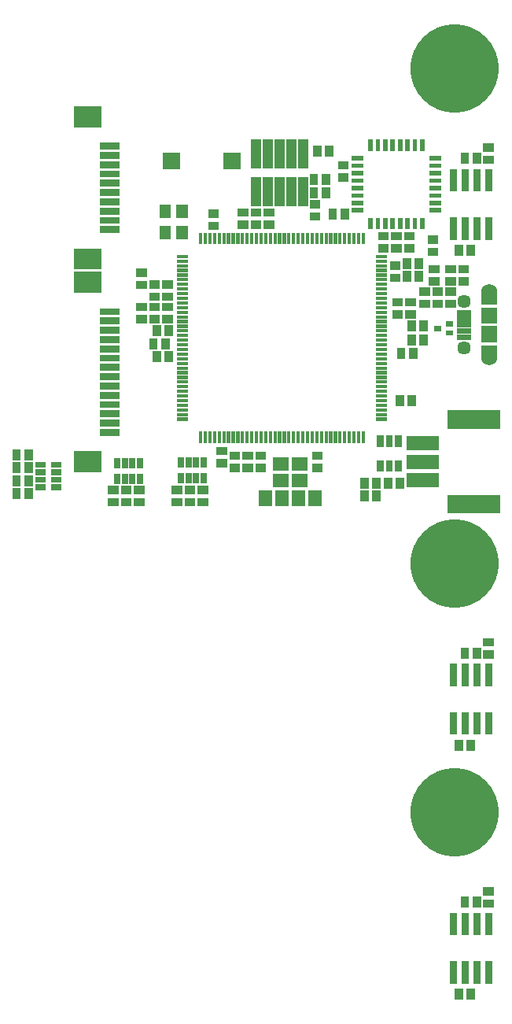
<source format=gbr>
G04 start of page 8 for group -4063 idx -4063 *
G04 Title: fet12logic, componentmask *
G04 Creator: pcb 20140316 *
G04 CreationDate: Thu 12 Apr 2018 02:45:11 AM GMT UTC *
G04 For: brian *
G04 Format: Gerber/RS-274X *
G04 PCB-Dimensions (mil): 6000.00 5000.00 *
G04 PCB-Coordinate-Origin: lower left *
%MOIN*%
%FSLAX25Y25*%
%LNTOPMASK*%
%ADD106R,0.0260X0.0260*%
%ADD105R,0.0572X0.0572*%
%ADD104R,0.0291X0.0291*%
%ADD103R,0.0591X0.0591*%
%ADD102R,0.0886X0.0886*%
%ADD101R,0.0295X0.0295*%
%ADD100R,0.0430X0.0430*%
%ADD99R,0.0689X0.0689*%
%ADD98R,0.0472X0.0472*%
%ADD97R,0.0187X0.0187*%
%ADD96R,0.0300X0.0300*%
%ADD95R,0.0140X0.0140*%
%ADD94R,0.0787X0.0787*%
%ADD93R,0.0669X0.0669*%
%ADD92R,0.0551X0.0551*%
%ADD91R,0.0236X0.0236*%
%ADD90R,0.0355X0.0355*%
%ADD89R,0.0220X0.0220*%
%ADD88C,0.0571*%
%ADD87C,0.0689*%
%ADD86C,0.3750*%
G54D86*X369500Y192000D03*
G54D87*X384291Y279220D03*
G54D86*X369500Y86500D03*
Y401500D03*
G54D88*X373661Y302843D03*
Y283157D03*
G54D87*X384291Y306780D03*
G54D89*X367250Y293469D02*X367848D01*
G54D90*X367508Y307059D02*X368492D01*
X367508Y301941D02*X368492D01*
X367508Y316559D02*X368492D01*
X367508Y311441D02*X368492D01*
G54D89*X367250Y289531D02*X367848D01*
G54D91*X371791Y287882D02*X375531D01*
X371791Y290441D02*X375531D01*
X371791Y293000D02*X375531D01*
X371791Y295559D02*X375531D01*
X371791Y298118D02*X375531D01*
G54D92*X383602Y304417D02*X384980D01*
G54D93*X384193Y296937D02*X384390D01*
G54D90*X373008Y311441D02*X373992D01*
X373008Y316559D02*X373992D01*
G54D92*X383602Y281583D02*X384980D01*
G54D93*X384193Y289063D02*X384390D01*
G54D94*X370740Y252913D02*X384913D01*
G54D90*X346441Y261492D02*Y260508D01*
X351559Y261492D02*Y260508D01*
G54D95*X336921Y255020D02*X340319D01*
X336921Y256989D02*X340319D01*
X336921Y258957D02*X340319D01*
X336921Y260926D02*X340319D01*
G54D94*X370740Y217087D02*X384913D01*
G54D96*X369000Y127500D02*Y121000D01*
X374000Y127500D02*Y121000D01*
G54D90*X371441Y115492D02*Y114508D01*
G54D96*X379000Y127500D02*Y121000D01*
G54D90*X376559Y115492D02*Y114508D01*
G54D96*X384000Y148000D02*Y141500D01*
G54D90*X383508Y153441D02*X384492D01*
X383508Y158559D02*X384492D01*
X379059Y154492D02*Y153508D01*
G54D96*X379000Y148000D02*Y141500D01*
X374000Y148000D02*Y141500D01*
X369000Y148000D02*Y141500D01*
G54D90*X373941Y154492D02*Y153508D01*
G54D96*X384000Y127500D02*Y121000D01*
Y22000D02*Y15500D01*
Y42500D02*Y36000D01*
X369000Y22000D02*Y15500D01*
X374000Y22000D02*Y15500D01*
X379000Y22000D02*Y15500D01*
Y42500D02*Y36000D01*
X374000Y42500D02*Y36000D01*
X369000Y42500D02*Y36000D01*
G54D90*X383508Y47941D02*X384492D01*
X379059Y48992D02*Y48008D01*
X373941Y48992D02*Y48008D01*
X383508Y53059D02*X384492D01*
X376559Y9992D02*Y9008D01*
X371441Y9992D02*Y9008D01*
X360008Y323941D02*X360992D01*
X360008Y329059D02*X360992D01*
G54D96*X369000Y337000D02*Y330500D01*
X374000Y337000D02*Y330500D01*
X379000Y337000D02*Y330500D01*
X384000Y337000D02*Y330500D01*
G54D90*X376559Y324992D02*Y324008D01*
X371441Y324992D02*Y324008D01*
G54D97*X356024Y337434D02*Y334508D01*
X360066Y341477D02*X362992D01*
X360066Y344626D02*X362992D01*
X360066Y347776D02*X362992D01*
X360066Y350925D02*X362992D01*
X360066Y354075D02*X362992D01*
X360066Y357225D02*X362992D01*
X360066Y360374D02*X362992D01*
X360066Y363524D02*X362992D01*
G54D96*X384000Y357500D02*Y351000D01*
X379000Y357500D02*Y351000D01*
X374000Y357500D02*Y351000D01*
X369000Y357500D02*Y351000D01*
G54D90*X383508Y362941D02*X384492D01*
X379059Y363992D02*Y363008D01*
X373941Y363992D02*Y363008D01*
X383508Y368059D02*X384492D01*
G54D98*X254142Y341520D02*Y340535D01*
G54D99*X275098Y362500D02*X275492D01*
X249508D02*X249902D01*
G54D90*X267008Y340059D02*X267992D01*
G54D98*X254142Y332465D02*Y331480D01*
G54D90*X267008Y334941D02*X267992D01*
G54D98*X246858Y332465D02*Y331480D01*
Y341520D02*Y340535D01*
G54D90*X279508Y335441D02*X280492D01*
X290508D02*X291492D01*
X285008D02*X285992D01*
X279508Y340559D02*X280492D01*
X290508D02*X291492D01*
X285008D02*X285992D01*
G54D100*X290500Y353550D02*Y345450D01*
X285500Y353550D02*Y345450D01*
G54D90*X317941Y340492D02*Y339508D01*
X323059Y340492D02*Y339508D01*
X310008Y344059D02*X310992D01*
X310008Y338941D02*X310992D01*
X322008Y355441D02*X322992D01*
X322008Y360559D02*X322992D01*
X315059Y354992D02*Y354008D01*
X309941Y354992D02*Y354008D01*
Y349492D02*Y348508D01*
X315059Y349492D02*Y348508D01*
G54D100*X305500Y353550D02*Y345450D01*
X300500Y353550D02*Y345450D01*
X295500Y353550D02*Y345450D01*
G54D90*X311441Y366992D02*Y366008D01*
X316559Y366992D02*Y366008D01*
G54D100*X305500Y369550D02*Y361450D01*
X300500Y369550D02*Y361450D01*
X295500Y369550D02*Y361450D01*
X290500Y369550D02*Y361450D01*
X285500Y369550D02*Y361450D01*
G54D101*X220941Y368717D02*X226059D01*
X220941Y364780D02*X226059D01*
X220941Y360843D02*X226059D01*
X220941Y356906D02*X226059D01*
X220941Y352969D02*X226059D01*
X220941Y349031D02*X226059D01*
X220941Y345094D02*X226059D01*
X220941Y341157D02*X226059D01*
X220941Y337220D02*X226059D01*
X220941Y333283D02*X226059D01*
G54D102*X212870Y381118D02*X215626D01*
G54D97*X356023Y370492D02*Y367566D01*
X352874Y370492D02*Y367566D01*
X349724Y370492D02*Y367566D01*
X346575Y370492D02*Y367566D01*
X343425Y370492D02*Y367566D01*
X340275Y370492D02*Y367566D01*
X337126Y370492D02*Y367566D01*
X333976Y370492D02*Y367566D01*
X327008Y363523D02*X329934D01*
X327008Y360374D02*X329934D01*
X327008Y357224D02*X329934D01*
X327008Y354075D02*X329934D01*
X327008Y350925D02*X329934D01*
X327008Y347775D02*X329934D01*
X327008Y344626D02*X329934D01*
X327008Y341476D02*X329934D01*
X333977Y337434D02*Y334508D01*
X352874Y337434D02*Y334508D01*
X343425Y337434D02*Y334508D01*
X346575Y337434D02*Y334508D01*
X349725Y337434D02*Y334508D01*
G54D90*X350008Y330559D02*X350992D01*
X344508D02*X345492D01*
G54D97*X337126Y337434D02*Y334508D01*
X340276Y337434D02*Y334508D01*
G54D90*X339008Y330559D02*X339992D01*
X339008Y325441D02*X339992D01*
X350008D02*X350992D01*
X344508D02*X345492D01*
G54D95*X330948Y331319D02*Y327921D01*
X328980Y331319D02*Y327921D01*
X327011Y331319D02*Y327921D01*
X325043Y331319D02*Y327921D01*
X323074Y331319D02*Y327921D01*
X321106Y331319D02*Y327921D01*
X319137Y331319D02*Y327921D01*
X317169Y331319D02*Y327921D01*
X315200Y331319D02*Y327921D01*
X313232Y331319D02*Y327921D01*
X311263Y331319D02*Y327921D01*
X309295Y331319D02*Y327921D01*
X307326Y331319D02*Y327921D01*
X305358Y331319D02*Y327921D01*
X303389Y331319D02*Y327921D01*
X301421Y331319D02*Y327921D01*
X299452Y331319D02*Y327921D01*
X297484Y331319D02*Y327921D01*
X295515Y331319D02*Y327921D01*
X293547Y331319D02*Y327921D01*
X291578Y331319D02*Y327921D01*
X289610Y331319D02*Y327921D01*
X287641Y331319D02*Y327921D01*
X285673Y331319D02*Y327921D01*
X283704Y331319D02*Y327921D01*
X281736Y331319D02*Y327921D01*
X279767Y331319D02*Y327921D01*
X277799Y331319D02*Y327921D01*
X275830Y331319D02*Y327921D01*
X273862Y331319D02*Y327921D01*
X271893Y331319D02*Y327921D01*
X269925Y331319D02*Y327921D01*
X267956Y331319D02*Y327921D01*
X265988Y331319D02*Y327921D01*
X264019Y331319D02*Y327921D01*
X262051Y331319D02*Y327921D01*
G54D102*X212870Y320882D02*X215626D01*
G54D103*X352315Y227126D02*X360189D01*
G54D90*X346559Y226492D02*Y225508D01*
G54D103*X352315Y235000D02*X360189D01*
G54D104*X345740Y234169D02*Y232201D01*
X342000Y234169D02*Y232201D01*
X338260Y234169D02*Y232201D01*
G54D103*X352315Y242874D02*X360189D01*
G54D90*X331441Y220992D02*Y220008D01*
X336559Y220992D02*Y220008D01*
X331441Y226492D02*Y225508D01*
X336559Y226492D02*Y225508D01*
X341441Y226492D02*Y225508D01*
G54D95*X293548Y247079D02*Y243681D01*
X295516Y247079D02*Y243681D01*
X297485Y247079D02*Y243681D01*
X299453Y247079D02*Y243681D01*
X301422Y247079D02*Y243681D01*
X303390Y247079D02*Y243681D01*
X305359Y247079D02*Y243681D01*
X307327Y247079D02*Y243681D01*
X309296Y247079D02*Y243681D01*
G54D105*X295607Y234043D02*X296393D01*
X303607D02*X304393D01*
X295607Y226957D02*X296393D01*
X303607D02*X304393D01*
G54D90*X311008Y237559D02*X311992D01*
G54D95*X311264Y247079D02*Y243681D01*
X313233Y247079D02*Y243681D01*
G54D104*X338260Y244799D02*Y242831D01*
X342000Y244799D02*Y242831D01*
X345740Y244799D02*Y242831D01*
G54D95*X336921Y253052D02*X340319D01*
X315201Y247079D02*Y243681D01*
X317170Y247079D02*Y243681D01*
X319138Y247079D02*Y243681D01*
X321107Y247079D02*Y243681D01*
X323075Y247079D02*Y243681D01*
X325044Y247079D02*Y243681D01*
X327012Y247079D02*Y243681D01*
X328981Y247079D02*Y243681D01*
X330949Y247079D02*Y243681D01*
G54D89*X362152Y291500D02*X362750D01*
G54D90*X362008Y301941D02*X362992D01*
X362008Y307059D02*X362992D01*
X346941Y281492D02*Y280508D01*
X352059Y281492D02*Y280508D01*
X356559Y292992D02*Y292008D01*
X351441Y292992D02*Y292008D01*
X356559Y286992D02*Y286008D01*
X351441Y286992D02*Y286008D01*
X345008Y297441D02*X345992D01*
X350508D02*X351492D01*
X345008Y302559D02*X345992D01*
X344008Y312941D02*X344992D01*
X344008Y318059D02*X344992D01*
X350508Y302559D02*X351492D01*
X356508Y301941D02*X357492D01*
X356508Y307059D02*X357492D01*
X354559Y319492D02*Y318508D01*
X349441Y319492D02*Y318508D01*
X354559Y313992D02*Y313008D01*
X349441Y313992D02*Y313008D01*
X360508Y316559D02*X361492D01*
X360508Y311441D02*X361492D01*
G54D95*X336921Y262894D02*X340319D01*
X336921Y264863D02*X340319D01*
X336921Y266831D02*X340319D01*
X336921Y268800D02*X340319D01*
X336921Y270768D02*X340319D01*
X336921Y272737D02*X340319D01*
X336921Y274705D02*X340319D01*
X336921Y276674D02*X340319D01*
X336921Y278642D02*X340319D01*
X336921Y280611D02*X340319D01*
X336921Y282579D02*X340319D01*
X336921Y284548D02*X340319D01*
X336921Y286516D02*X340319D01*
X336921Y288485D02*X340319D01*
X336921Y290453D02*X340319D01*
X336921Y292422D02*X340319D01*
X336921Y294390D02*X340319D01*
X336921Y296359D02*X340319D01*
X336921Y298327D02*X340319D01*
X336921Y300296D02*X340319D01*
X336921Y302264D02*X340319D01*
X336921Y304233D02*X340319D01*
X336921Y306201D02*X340319D01*
X336921Y308170D02*X340319D01*
X336921Y310138D02*X340319D01*
X336921Y312107D02*X340319D01*
X336921Y314075D02*X340319D01*
X336921Y316044D02*X340319D01*
X336921Y318012D02*X340319D01*
X336921Y319981D02*X340319D01*
X336921Y321949D02*X340319D01*
G54D90*X248559Y290992D02*Y290008D01*
Y279992D02*Y279008D01*
X247059Y285492D02*Y284508D01*
X247508Y295441D02*X248492D01*
X247508Y300559D02*X248492D01*
X247508Y304941D02*X248492D01*
X243441Y290992D02*Y290008D01*
Y279992D02*Y279008D01*
X241941Y285492D02*Y284508D01*
X236508Y295441D02*X237492D01*
X236508Y300559D02*X237492D01*
X242008Y295441D02*X242992D01*
X242008Y300559D02*X242992D01*
X242008Y304941D02*X242992D01*
X236508Y309941D02*X237492D01*
X236508Y315059D02*X237492D01*
X247508Y310059D02*X248492D01*
X242008D02*X242992D01*
G54D95*X252681Y321948D02*X256079D01*
X252681Y319980D02*X256079D01*
X252681Y318011D02*X256079D01*
X252681Y316043D02*X256079D01*
X252681Y314074D02*X256079D01*
X252681Y312106D02*X256079D01*
X252681Y310137D02*X256079D01*
X252681Y308169D02*X256079D01*
X252681Y306200D02*X256079D01*
X252681Y304232D02*X256079D01*
X252681Y302263D02*X256079D01*
X252681Y300295D02*X256079D01*
X252681Y298326D02*X256079D01*
X252681Y296358D02*X256079D01*
X252681Y294389D02*X256079D01*
X252681Y292421D02*X256079D01*
X252681Y290452D02*X256079D01*
X252681Y288484D02*X256079D01*
G54D101*X220941Y298591D02*X226059D01*
G54D102*X212870Y310992D02*X215626D01*
G54D101*X220941Y294654D02*X226059D01*
X220941Y290717D02*X226059D01*
X220941Y286780D02*X226059D01*
X220941Y282843D02*X226059D01*
G54D90*X311008Y232441D02*X311992D01*
G54D95*X279768Y247079D02*Y243681D01*
X281737Y247079D02*Y243681D01*
X283705Y247079D02*Y243681D01*
X285674Y247079D02*Y243681D01*
X287642Y247079D02*Y243681D01*
X289611Y247079D02*Y243681D01*
X291579Y247079D02*Y243681D01*
G54D90*X270508Y239559D02*X271492D01*
X270508Y234441D02*X271492D01*
X276008Y237559D02*X276992D01*
X276008Y232441D02*X276992D01*
X287008Y237559D02*X287992D01*
X287008Y232441D02*X287992D01*
X281508Y237559D02*X282492D01*
X281508Y232441D02*X282492D01*
G54D95*X262052Y247079D02*Y243681D01*
X264020Y247079D02*Y243681D01*
X265989Y247079D02*Y243681D01*
X267957Y247079D02*Y243681D01*
X269926Y247079D02*Y243681D01*
X271894Y247079D02*Y243681D01*
X273863Y247079D02*Y243681D01*
X275831Y247079D02*Y243681D01*
X277800Y247079D02*Y243681D01*
G54D90*X262508Y223059D02*X263492D01*
X262508Y217941D02*X263492D01*
X257008Y223059D02*X257992D01*
X257008Y217941D02*X257992D01*
X251508Y223059D02*X252492D01*
X251508Y217941D02*X252492D01*
G54D106*X253776Y229039D02*Y227268D01*
X256925Y235732D02*Y233961D01*
Y229039D02*Y227268D01*
X260075Y235732D02*Y233961D01*
X263224Y235732D02*Y233961D01*
X260075Y229039D02*Y227268D01*
X263224Y229039D02*Y227268D01*
G54D105*X289457Y219893D02*Y219107D01*
X296543Y219893D02*Y219107D01*
X310543Y219893D02*Y219107D01*
X303457Y219893D02*Y219107D01*
G54D95*X252681Y286515D02*X256079D01*
X252681Y284547D02*X256079D01*
X252681Y282578D02*X256079D01*
X252681Y280610D02*X256079D01*
X252681Y278641D02*X256079D01*
X252681Y276673D02*X256079D01*
X252681Y274704D02*X256079D01*
X252681Y272736D02*X256079D01*
X252681Y270767D02*X256079D01*
X252681Y268799D02*X256079D01*
X252681Y266830D02*X256079D01*
X252681Y264862D02*X256079D01*
X252681Y262893D02*X256079D01*
X252681Y260925D02*X256079D01*
X252681Y258956D02*X256079D01*
X252681Y256988D02*X256079D01*
X252681Y255019D02*X256079D01*
X252681Y253051D02*X256079D01*
G54D106*X253776Y235732D02*Y233961D01*
G54D101*X220941Y278906D02*X226059D01*
X220941Y274969D02*X226059D01*
X220941Y271031D02*X226059D01*
X220941Y267094D02*X226059D01*
X220941Y263157D02*X226059D01*
X220941Y259220D02*X226059D01*
X220941Y255283D02*X226059D01*
X220941Y251346D02*X226059D01*
X220941Y247409D02*X226059D01*
G54D102*X212870Y235008D02*X215626D01*
G54D106*X226776Y235232D02*Y233461D01*
X229925Y235232D02*Y233461D01*
G54D90*X189059Y221992D02*Y221008D01*
X183941Y221992D02*Y221008D01*
X189059Y227492D02*Y226508D01*
X224508Y223059D02*X225492D01*
X224508Y217941D02*X225492D01*
X230008Y223059D02*X230992D01*
X230008Y217941D02*X230992D01*
X235508Y223059D02*X236492D01*
X235508Y217941D02*X236492D01*
G54D106*X226776Y228539D02*Y226768D01*
X229925Y228539D02*Y226768D01*
X233075Y228539D02*Y226768D01*
X236224Y228539D02*Y226768D01*
X233075Y235232D02*Y233461D01*
X236224Y235232D02*Y233461D01*
G54D90*X183941Y227492D02*Y226508D01*
Y232992D02*Y232008D01*
Y238492D02*Y237508D01*
X189059Y232992D02*Y232008D01*
Y238492D02*Y237508D01*
G54D106*X199961Y233724D02*X201732D01*
X193268D02*X195039D01*
X199961Y230575D02*X201732D01*
X193268D02*X195039D01*
X199961Y227425D02*X201732D01*
X193268D02*X195039D01*
X199961Y224276D02*X201732D01*
X193268D02*X195039D01*
M02*

</source>
